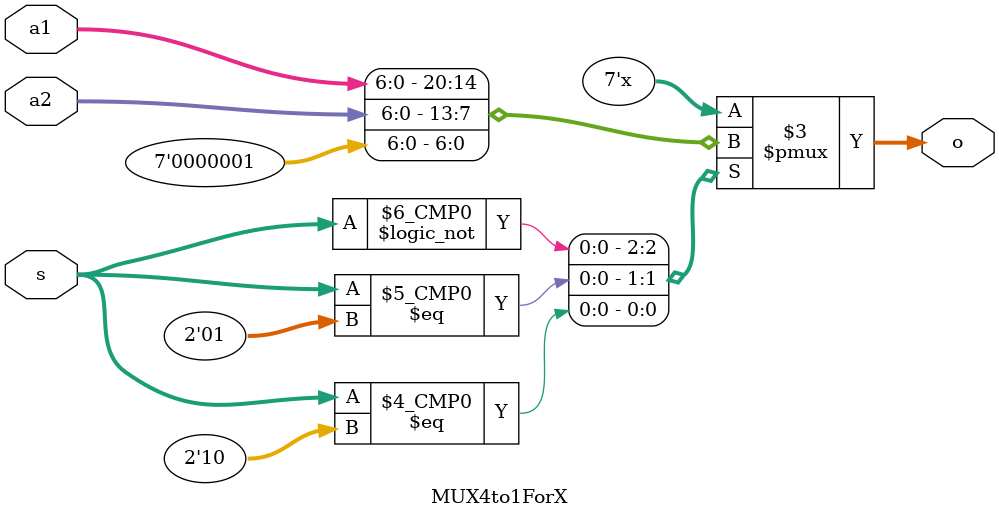
<source format=v>
`timescale 1ns/1ns
module MUX4to1ForX (a1 ,a2,s,o); 
              
  input[6:0]
        a1;
  input[6:0]
        a2;
  input[1:0]
         s;
  
  
  output reg [6:0]
        o;
        
        
    always@(*) begin
      
      case (s)
        
        2'b00: 
          o <= a1;
          
        2'b01:
          o <= a2;
          
        2'b10:
          o <= 1;
          
        2'b11:
          o <= 14'bx;
          
          
      endcase
   end
   
endmodule
        

</source>
